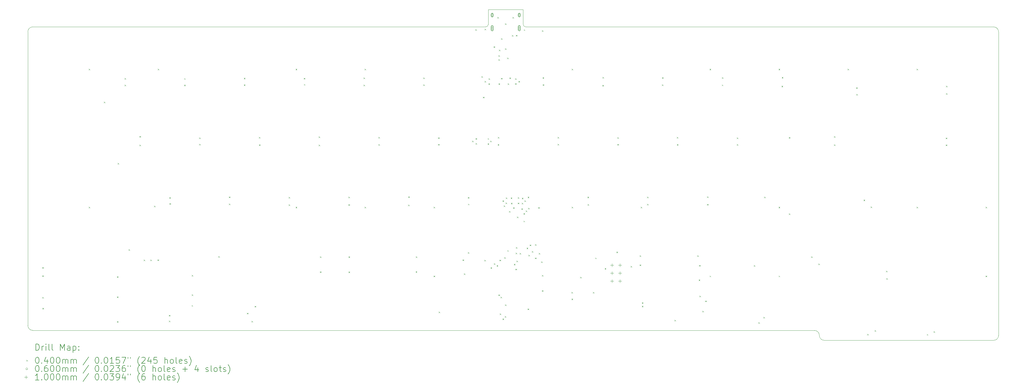
<source format=gbr>
%TF.GenerationSoftware,KiCad,Pcbnew,(6.0.10)*%
%TF.CreationDate,2023-05-22T00:42:56-07:00*%
%TF.ProjectId,LFK2,4c464b32-2e6b-4696-9361-645f70636258,rev?*%
%TF.SameCoordinates,Original*%
%TF.FileFunction,Drillmap*%
%TF.FilePolarity,Positive*%
%FSLAX45Y45*%
G04 Gerber Fmt 4.5, Leading zero omitted, Abs format (unit mm)*
G04 Created by KiCad (PCBNEW (6.0.10)) date 2023-05-22 00:42:56*
%MOMM*%
%LPD*%
G01*
G04 APERTURE LIST*
%ADD10C,0.100000*%
%ADD11C,0.200000*%
%ADD12C,0.040000*%
%ADD13C,0.060000*%
G04 APERTURE END LIST*
D10*
X21431250Y-4762500D02*
X36353750Y-4762500D01*
X5715000Y-4762500D02*
X20161250Y-4762500D01*
X21351870Y-4683125D02*
G75*
G03*
X21431250Y-4762500I79380J5D01*
G01*
X36353750Y-14763750D02*
G75*
G03*
X36512500Y-14605000I0J158750D01*
G01*
X21351875Y-4683125D02*
X21351875Y-4206875D01*
X36512500Y-4921250D02*
X36512500Y-14605000D01*
X36512500Y-4921250D02*
G75*
G03*
X36353750Y-4762500I-158750J0D01*
G01*
X5715000Y-4762500D02*
G75*
G03*
X5556250Y-4921250I0J-158750D01*
G01*
X5556250Y-14287500D02*
G75*
G03*
X5715000Y-14446250I158750J0D01*
G01*
X20240625Y-4683125D02*
X20240625Y-4206875D01*
X36353750Y-14763750D02*
X30956250Y-14763750D01*
X30797500Y-14605000D02*
G75*
G03*
X30638750Y-14446250I-158750J0D01*
G01*
X30638750Y-14446250D02*
X5715000Y-14446250D01*
X30797500Y-14605000D02*
G75*
G03*
X30956250Y-14763750I158750J0D01*
G01*
X5556250Y-14208125D02*
X5556250Y-4921250D01*
X5556250Y-14208125D02*
X5556250Y-14287500D01*
X20161250Y-4762495D02*
G75*
G03*
X20240625Y-4683125I0J79375D01*
G01*
X20240625Y-4206875D02*
X21351875Y-4206875D01*
D11*
D12*
X6015256Y-12428675D02*
X6055256Y-12468675D01*
X6055256Y-12428675D02*
X6015256Y-12468675D01*
X6018138Y-13380684D02*
X6058138Y-13420684D01*
X6058138Y-13380684D02*
X6018138Y-13420684D01*
X6018375Y-12692115D02*
X6058375Y-12732115D01*
X6058375Y-12692115D02*
X6018375Y-12732115D01*
X6021026Y-13730170D02*
X6061026Y-13770170D01*
X6061026Y-13730170D02*
X6021026Y-13770170D01*
X7498029Y-6100750D02*
X7538029Y-6140750D01*
X7538029Y-6100750D02*
X7498029Y-6140750D01*
X7498029Y-10500750D02*
X7538029Y-10540750D01*
X7538029Y-10500750D02*
X7498029Y-10540750D01*
X7979033Y-7150108D02*
X8019033Y-7190108D01*
X8019033Y-7150108D02*
X7979033Y-7190108D01*
X8399376Y-14151399D02*
X8439376Y-14191399D01*
X8439376Y-14151399D02*
X8399376Y-14191399D01*
X8399625Y-13364968D02*
X8439625Y-13404968D01*
X8439625Y-13364968D02*
X8399625Y-13404968D01*
X8400175Y-12719825D02*
X8440175Y-12759825D01*
X8440175Y-12719825D02*
X8400175Y-12759825D01*
X8418432Y-9103544D02*
X8458432Y-9143544D01*
X8458432Y-9103544D02*
X8418432Y-9143544D01*
X8642359Y-6397822D02*
X8682359Y-6437822D01*
X8682359Y-6397822D02*
X8642359Y-6437822D01*
X8642359Y-6605155D02*
X8682359Y-6645155D01*
X8682359Y-6605155D02*
X8642359Y-6645155D01*
X8770054Y-11857843D02*
X8810054Y-11897843D01*
X8810054Y-11857843D02*
X8770054Y-11897843D01*
X9116684Y-8523300D02*
X9156684Y-8563300D01*
X9156684Y-8523300D02*
X9116684Y-8563300D01*
X9117136Y-8247121D02*
X9157136Y-8287121D01*
X9157136Y-8247121D02*
X9117136Y-8287121D01*
X9249535Y-12186426D02*
X9289535Y-12226426D01*
X9289535Y-12186426D02*
X9249535Y-12226426D01*
X9460561Y-12185371D02*
X9500561Y-12225371D01*
X9500561Y-12185371D02*
X9460561Y-12225371D01*
X9583767Y-10466788D02*
X9623767Y-10506788D01*
X9623767Y-10466788D02*
X9583767Y-10506788D01*
X9691407Y-12182527D02*
X9731407Y-12222527D01*
X9731407Y-12182527D02*
X9691407Y-12222527D01*
X9698030Y-6100750D02*
X9738030Y-6140750D01*
X9738030Y-6100750D02*
X9698030Y-6140750D01*
X10054929Y-13952682D02*
X10094929Y-13992682D01*
X10094929Y-13952682D02*
X10054929Y-13992682D01*
X10055105Y-14136134D02*
X10095105Y-14176134D01*
X10095105Y-14136134D02*
X10055105Y-14176134D01*
X10068757Y-10200170D02*
X10108757Y-10240170D01*
X10108757Y-10200170D02*
X10068757Y-10240170D01*
X10070683Y-10388873D02*
X10110683Y-10428873D01*
X10110683Y-10388873D02*
X10070683Y-10428873D01*
X10542428Y-6400234D02*
X10582428Y-6440234D01*
X10582428Y-6400234D02*
X10542428Y-6440234D01*
X10542428Y-6609188D02*
X10582428Y-6649188D01*
X10582428Y-6609188D02*
X10542428Y-6649188D01*
X10778922Y-13640522D02*
X10818922Y-13680522D01*
X10818922Y-13640522D02*
X10778922Y-13680522D01*
X10780875Y-12676404D02*
X10820875Y-12716404D01*
X10820875Y-12676404D02*
X10780875Y-12716404D01*
X10780875Y-13297490D02*
X10820875Y-13337490D01*
X10820875Y-13297490D02*
X10780875Y-13337490D01*
X11019000Y-8291117D02*
X11059000Y-8331117D01*
X11059000Y-8291117D02*
X11019000Y-8331117D01*
X11020925Y-8493299D02*
X11060925Y-8533299D01*
X11060925Y-8493299D02*
X11020925Y-8533299D01*
X11630760Y-12075610D02*
X11670760Y-12115610D01*
X11670760Y-12075610D02*
X11630760Y-12115610D01*
X11968210Y-10175643D02*
X12008210Y-10215643D01*
X12008210Y-10175643D02*
X11968210Y-10215643D01*
X11968292Y-10399586D02*
X12008292Y-10439586D01*
X12008292Y-10399586D02*
X11968292Y-10439586D01*
X12446789Y-6388681D02*
X12486789Y-6428681D01*
X12486789Y-6388681D02*
X12446789Y-6428681D01*
X12446789Y-6599528D02*
X12486789Y-6639528D01*
X12486789Y-6599528D02*
X12446789Y-6639528D01*
X12545915Y-13884085D02*
X12585915Y-13924085D01*
X12585915Y-13884085D02*
X12545915Y-13924085D01*
X12691416Y-14140346D02*
X12731416Y-14180346D01*
X12731416Y-14140346D02*
X12691416Y-14180346D01*
X12787246Y-13664307D02*
X12827246Y-13704307D01*
X12827246Y-13664307D02*
X12787246Y-13704307D01*
X12927854Y-8276675D02*
X12967854Y-8316675D01*
X12967854Y-8276675D02*
X12927854Y-8316675D01*
X12929138Y-8512875D02*
X12969138Y-8552875D01*
X12969138Y-8512875D02*
X12929138Y-8552875D01*
X13873295Y-10191948D02*
X13913295Y-10231948D01*
X13913295Y-10191948D02*
X13873295Y-10231948D01*
X13876500Y-10426287D02*
X13916500Y-10466287D01*
X13916500Y-10426287D02*
X13876500Y-10466287D01*
X14098029Y-6100750D02*
X14138029Y-6140750D01*
X14138029Y-6100750D02*
X14098029Y-6140750D01*
X14098029Y-10500750D02*
X14138029Y-10540750D01*
X14138029Y-10500750D02*
X14098029Y-10540750D01*
X14357878Y-6393090D02*
X14397878Y-6433090D01*
X14397878Y-6393090D02*
X14357878Y-6433090D01*
X14360471Y-6586288D02*
X14400471Y-6626288D01*
X14400471Y-6586288D02*
X14360471Y-6626288D01*
X14830823Y-8519889D02*
X14870823Y-8559889D01*
X14870823Y-8519889D02*
X14830823Y-8559889D01*
X14832049Y-8261290D02*
X14872049Y-8301290D01*
X14872049Y-8261290D02*
X14832049Y-8301290D01*
X14873203Y-12564091D02*
X14913203Y-12604091D01*
X14913203Y-12564091D02*
X14873203Y-12604091D01*
X14874630Y-12088792D02*
X14914630Y-12128792D01*
X14914630Y-12088792D02*
X14874630Y-12128792D01*
X15778985Y-10179900D02*
X15818985Y-10219900D01*
X15818985Y-10179900D02*
X15778985Y-10219900D01*
X15781902Y-10422046D02*
X15821902Y-10462046D01*
X15821902Y-10422046D02*
X15781902Y-10462046D01*
X15782020Y-12085370D02*
X15822020Y-12125370D01*
X15822020Y-12085370D02*
X15782020Y-12125370D01*
X15783438Y-12570574D02*
X15823438Y-12610574D01*
X15823438Y-12570574D02*
X15783438Y-12610574D01*
X16260602Y-6379475D02*
X16300602Y-6419475D01*
X16300602Y-6379475D02*
X16260602Y-6419475D01*
X16262546Y-6608979D02*
X16302546Y-6648979D01*
X16302546Y-6608979D02*
X16262546Y-6648979D01*
X16298029Y-6100750D02*
X16338029Y-6140750D01*
X16338029Y-6100750D02*
X16298029Y-6140750D01*
X16298029Y-10500750D02*
X16338029Y-10540750D01*
X16338029Y-10500750D02*
X16298029Y-10540750D01*
X16735106Y-8278417D02*
X16775106Y-8318417D01*
X16775106Y-8278417D02*
X16735106Y-8318417D01*
X16735106Y-8502734D02*
X16775106Y-8542734D01*
X16775106Y-8502734D02*
X16735106Y-8542734D01*
X17686500Y-10432631D02*
X17726500Y-10472631D01*
X17726500Y-10432631D02*
X17686500Y-10472631D01*
X17688675Y-10172740D02*
X17728675Y-10212740D01*
X17728675Y-10172740D02*
X17688675Y-10212740D01*
X17924625Y-12560642D02*
X17964625Y-12600642D01*
X17964625Y-12560642D02*
X17924625Y-12600642D01*
X17929655Y-12088410D02*
X17969655Y-12128410D01*
X17969655Y-12088410D02*
X17929655Y-12128410D01*
X18164724Y-6382220D02*
X18204724Y-6422220D01*
X18204724Y-6382220D02*
X18164724Y-6422220D01*
X18164724Y-6597461D02*
X18204724Y-6637461D01*
X18204724Y-6597461D02*
X18164724Y-6637461D01*
X18498030Y-10500750D02*
X18538030Y-10540750D01*
X18538030Y-10500750D02*
X18498030Y-10540750D01*
X18498030Y-12700750D02*
X18538030Y-12740750D01*
X18538030Y-12700750D02*
X18498030Y-12740750D01*
X18637994Y-8287943D02*
X18677994Y-8327943D01*
X18677994Y-8287943D02*
X18637994Y-8327943D01*
X18637994Y-8500590D02*
X18677994Y-8540590D01*
X18677994Y-8500590D02*
X18637994Y-8540590D01*
X18658107Y-13847294D02*
X18698107Y-13887294D01*
X18698107Y-13847294D02*
X18658107Y-13887294D01*
X19418362Y-12183492D02*
X19458362Y-12223492D01*
X19458362Y-12183492D02*
X19418362Y-12223492D01*
X19462091Y-12630865D02*
X19502091Y-12670865D01*
X19502091Y-12630865D02*
X19462091Y-12670865D01*
X19591538Y-11953232D02*
X19631538Y-11993232D01*
X19631538Y-11953232D02*
X19591538Y-11993232D01*
X19591665Y-10192584D02*
X19631665Y-10232584D01*
X19631665Y-10192584D02*
X19591665Y-10232584D01*
X19592962Y-10405232D02*
X19632962Y-10445232D01*
X19632962Y-10405232D02*
X19592962Y-10445232D01*
X19723219Y-8393750D02*
X19763219Y-8433750D01*
X19763219Y-8393750D02*
X19723219Y-8433750D01*
X19822839Y-4841069D02*
X19862839Y-4881069D01*
X19862839Y-4841069D02*
X19822839Y-4881069D01*
X19836996Y-8314375D02*
X19876996Y-8354375D01*
X19876996Y-8314375D02*
X19836996Y-8354375D01*
X19836996Y-8473125D02*
X19876996Y-8513125D01*
X19876996Y-8473125D02*
X19836996Y-8513125D01*
X20019892Y-6336989D02*
X20059892Y-6376989D01*
X20059892Y-6336989D02*
X20019892Y-6376989D01*
X20068515Y-6992436D02*
X20108515Y-7032436D01*
X20108515Y-6992436D02*
X20068515Y-7032436D01*
X20111419Y-12195437D02*
X20151419Y-12235437D01*
X20151419Y-12195437D02*
X20111419Y-12235437D01*
X20121614Y-6488750D02*
X20161614Y-6528750D01*
X20161614Y-6488750D02*
X20121614Y-6528750D01*
X20122325Y-4824069D02*
X20162325Y-4864069D01*
X20162325Y-4824069D02*
X20122325Y-4864069D01*
X20220625Y-8314375D02*
X20260625Y-8354375D01*
X20260625Y-8314375D02*
X20220625Y-8354375D01*
X20220625Y-8476396D02*
X20260625Y-8516396D01*
X20260625Y-8476396D02*
X20220625Y-8516396D01*
X20244462Y-6564780D02*
X20284462Y-6604780D01*
X20284462Y-6564780D02*
X20244462Y-6604780D01*
X20246917Y-6405186D02*
X20286917Y-6445186D01*
X20286917Y-6405186D02*
X20246917Y-6445186D01*
X20300000Y-8393750D02*
X20340000Y-8433750D01*
X20340000Y-8393750D02*
X20300000Y-8433750D01*
X20313421Y-12431391D02*
X20353421Y-12471391D01*
X20353421Y-12431391D02*
X20313421Y-12471391D01*
X20410933Y-5383925D02*
X20450933Y-5423925D01*
X20450933Y-5383925D02*
X20410933Y-5423925D01*
X20420213Y-12303331D02*
X20460213Y-12343331D01*
X20460213Y-12303331D02*
X20420213Y-12343331D01*
X20508136Y-12366042D02*
X20548136Y-12406042D01*
X20548136Y-12366042D02*
X20508136Y-12406042D01*
X20528600Y-4450400D02*
X20568600Y-4490400D01*
X20568600Y-4450400D02*
X20528600Y-4490400D01*
X20541703Y-8501818D02*
X20581703Y-8541818D01*
X20581703Y-8501818D02*
X20541703Y-8541818D01*
X20545593Y-8276204D02*
X20585593Y-8316204D01*
X20585593Y-8276204D02*
X20545593Y-8316204D01*
X20561100Y-13301103D02*
X20601100Y-13341103D01*
X20601100Y-13301103D02*
X20561100Y-13341103D01*
X20562986Y-5794224D02*
X20602986Y-5834224D01*
X20602986Y-5794224D02*
X20562986Y-5834224D01*
X20563262Y-5666554D02*
X20603262Y-5706554D01*
X20603262Y-5666554D02*
X20563262Y-5706554D01*
X20567332Y-6564780D02*
X20607332Y-6604780D01*
X20607332Y-6564780D02*
X20567332Y-6604780D01*
X20579686Y-5492806D02*
X20619686Y-5532806D01*
X20619686Y-5492806D02*
X20579686Y-5532806D01*
X20597072Y-12191444D02*
X20637072Y-12231444D01*
X20637072Y-12191444D02*
X20597072Y-12231444D01*
X20602902Y-13903489D02*
X20642902Y-13943489D01*
X20642902Y-13903489D02*
X20602902Y-13943489D01*
X20632732Y-13370809D02*
X20672732Y-13410809D01*
X20672732Y-13370809D02*
X20632732Y-13410809D01*
X20644673Y-6391682D02*
X20684673Y-6431682D01*
X20684673Y-6391682D02*
X20644673Y-6431682D01*
X20647927Y-5125163D02*
X20687927Y-5165163D01*
X20687927Y-5125163D02*
X20647927Y-5165163D01*
X20693017Y-14065568D02*
X20733017Y-14105568D01*
X20733017Y-14065568D02*
X20693017Y-14105568D01*
X20693099Y-10298750D02*
X20733099Y-10338750D01*
X20733099Y-10298750D02*
X20693099Y-10338750D01*
X20731099Y-10463092D02*
X20771099Y-10503092D01*
X20771099Y-10463092D02*
X20731099Y-10503092D01*
X20747964Y-12109611D02*
X20787964Y-12149611D01*
X20787964Y-12109611D02*
X20747964Y-12149611D01*
X20766277Y-13991660D02*
X20806277Y-14031660D01*
X20806277Y-13991660D02*
X20766277Y-14031660D01*
X20775910Y-5448720D02*
X20815910Y-5488720D01*
X20815910Y-5448720D02*
X20775910Y-5488720D01*
X20776250Y-4653600D02*
X20816250Y-4693600D01*
X20816250Y-4653600D02*
X20776250Y-4693600D01*
X20776802Y-13616038D02*
X20816802Y-13656038D01*
X20816802Y-13616038D02*
X20776802Y-13656038D01*
X20794142Y-10364972D02*
X20834142Y-10404972D01*
X20834142Y-10364972D02*
X20794142Y-10404972D01*
X20796598Y-10205379D02*
X20836598Y-10245379D01*
X20836598Y-10205379D02*
X20796598Y-10245379D01*
X20843694Y-5743345D02*
X20883694Y-5783345D01*
X20883694Y-5743345D02*
X20843694Y-5783345D01*
X20846325Y-11886250D02*
X20886325Y-11926250D01*
X20886325Y-11886250D02*
X20846325Y-11926250D01*
X20857055Y-6563552D02*
X20897055Y-6603552D01*
X20897055Y-6563552D02*
X20857055Y-6603552D01*
X20903983Y-10635976D02*
X20943983Y-10675976D01*
X20943983Y-10635976D02*
X20903983Y-10675976D01*
X20912912Y-6380156D02*
X20952912Y-6420156D01*
X20952912Y-6380156D02*
X20912912Y-6420156D01*
X20956240Y-10207349D02*
X20996240Y-10247349D01*
X20996240Y-10207349D02*
X20956240Y-10247349D01*
X20965069Y-10374345D02*
X21005069Y-10414345D01*
X21005069Y-10374345D02*
X20965069Y-10414345D01*
X20993752Y-5023878D02*
X21033752Y-5063878D01*
X21033752Y-5023878D02*
X20993752Y-5063878D01*
X21011200Y-4450400D02*
X21051200Y-4490400D01*
X21051200Y-4450400D02*
X21011200Y-4490400D01*
X21032782Y-10517550D02*
X21072782Y-10557550D01*
X21072782Y-10517550D02*
X21032782Y-10557550D01*
X21056800Y-12323582D02*
X21096800Y-12363582D01*
X21096800Y-12323582D02*
X21056800Y-12363582D01*
X21093989Y-6562324D02*
X21133989Y-6602324D01*
X21133989Y-6562324D02*
X21093989Y-6602324D01*
X21096445Y-6402731D02*
X21136445Y-6442731D01*
X21136445Y-6402731D02*
X21096445Y-6442731D01*
X21101917Y-12480564D02*
X21141917Y-12520564D01*
X21141917Y-12480564D02*
X21101917Y-12520564D01*
X21110582Y-11969796D02*
X21150582Y-12009796D01*
X21150582Y-11969796D02*
X21110582Y-12009796D01*
X21118766Y-11788651D02*
X21158766Y-11828651D01*
X21158766Y-11788651D02*
X21118766Y-11828651D01*
X21124224Y-5020148D02*
X21164224Y-5060148D01*
X21164224Y-5020148D02*
X21124224Y-5060148D01*
X21139582Y-12224458D02*
X21179582Y-12264458D01*
X21179582Y-12224458D02*
X21139582Y-12264458D01*
X21154665Y-10818369D02*
X21194665Y-10858369D01*
X21194665Y-10818369D02*
X21154665Y-10858369D01*
X21180021Y-10200884D02*
X21220021Y-10240884D01*
X21220021Y-10200884D02*
X21180021Y-10240884D01*
X21183479Y-10372040D02*
X21223479Y-10412040D01*
X21223479Y-10372040D02*
X21183479Y-10412040D01*
X21200710Y-6488750D02*
X21240710Y-6528750D01*
X21240710Y-6488750D02*
X21200710Y-6528750D01*
X21242621Y-11975798D02*
X21282621Y-12015798D01*
X21282621Y-11975798D02*
X21242621Y-12015798D01*
X21295854Y-10552415D02*
X21335854Y-10592415D01*
X21335854Y-10552415D02*
X21295854Y-10592415D01*
X21309457Y-10374120D02*
X21349457Y-10414120D01*
X21349457Y-10374120D02*
X21309457Y-10414120D01*
X21311912Y-10214526D02*
X21351912Y-10254526D01*
X21351912Y-10214526D02*
X21311912Y-10254526D01*
X21362126Y-10706282D02*
X21402126Y-10746282D01*
X21402126Y-10706282D02*
X21362126Y-10746282D01*
X21362126Y-10947744D02*
X21402126Y-10987744D01*
X21402126Y-10947744D02*
X21362126Y-10987744D01*
X21370981Y-4841854D02*
X21410981Y-4881854D01*
X21410981Y-4841854D02*
X21370981Y-4881854D01*
X21393903Y-10298750D02*
X21433903Y-10338750D01*
X21433903Y-10298750D02*
X21393903Y-10338750D01*
X21432714Y-10621076D02*
X21472714Y-10661076D01*
X21472714Y-10621076D02*
X21432714Y-10661076D01*
X21464074Y-11804610D02*
X21504074Y-11844610D01*
X21504074Y-11804610D02*
X21464074Y-11844610D01*
X21494869Y-13750255D02*
X21534869Y-13790255D01*
X21534869Y-13750255D02*
X21494869Y-13790255D01*
X21498617Y-10178361D02*
X21538617Y-10218361D01*
X21538617Y-10178361D02*
X21498617Y-10218361D01*
X21509882Y-10536128D02*
X21549882Y-10576128D01*
X21549882Y-10536128D02*
X21509882Y-10576128D01*
X21517004Y-12033825D02*
X21557004Y-12073825D01*
X21557004Y-12033825D02*
X21517004Y-12073825D01*
X21563142Y-11709838D02*
X21603142Y-11749838D01*
X21603142Y-11709838D02*
X21563142Y-11749838D01*
X21626639Y-11916847D02*
X21666639Y-11956847D01*
X21666639Y-11916847D02*
X21626639Y-11956847D01*
X21729719Y-12123359D02*
X21769719Y-12163359D01*
X21769719Y-12123359D02*
X21729719Y-12163359D01*
X21730876Y-11694608D02*
X21770876Y-11734608D01*
X21770876Y-11694608D02*
X21730876Y-11734608D01*
X21831447Y-10515382D02*
X21871447Y-10555382D01*
X21871447Y-10515382D02*
X21831447Y-10555382D01*
X21850311Y-11978459D02*
X21890311Y-12018459D01*
X21890311Y-11978459D02*
X21850311Y-12018459D01*
X21924837Y-12243826D02*
X21964837Y-12283826D01*
X21964837Y-12243826D02*
X21924837Y-12283826D01*
X21948133Y-13166437D02*
X21988133Y-13206437D01*
X21988133Y-13166437D02*
X21948133Y-13206437D01*
X21949746Y-4871612D02*
X21989746Y-4911612D01*
X21989746Y-4871612D02*
X21949746Y-4911612D01*
X21951000Y-12680000D02*
X21991000Y-12720000D01*
X21991000Y-12680000D02*
X21951000Y-12720000D01*
X21972423Y-6373053D02*
X22012423Y-6413053D01*
X22012423Y-6373053D02*
X21972423Y-6413053D01*
X21973720Y-6594777D02*
X22013720Y-6634777D01*
X22013720Y-6594777D02*
X21973720Y-6634777D01*
X22452338Y-8273427D02*
X22492338Y-8313427D01*
X22492338Y-8273427D02*
X22452338Y-8313427D01*
X22452338Y-8498069D02*
X22492338Y-8538069D01*
X22492338Y-8498069D02*
X22452338Y-8538069D01*
X22891297Y-13221067D02*
X22931297Y-13261067D01*
X22931297Y-13221067D02*
X22891297Y-13261067D01*
X22894165Y-13431893D02*
X22934165Y-13471893D01*
X22934165Y-13431893D02*
X22894165Y-13471893D01*
X22898029Y-6100750D02*
X22938029Y-6140750D01*
X22938029Y-6100750D02*
X22898029Y-6140750D01*
X22898029Y-10500750D02*
X22938029Y-10540750D01*
X22938029Y-10500750D02*
X22898029Y-10540750D01*
X23168668Y-12736036D02*
X23208668Y-12776036D01*
X23208668Y-12736036D02*
X23168668Y-12776036D01*
X23403417Y-10181419D02*
X23443417Y-10221419D01*
X23443417Y-10181419D02*
X23403417Y-10221419D01*
X23406334Y-10420648D02*
X23446334Y-10460648D01*
X23446334Y-10420648D02*
X23406334Y-10460648D01*
X23574296Y-13220243D02*
X23614296Y-13260243D01*
X23614296Y-13220243D02*
X23574296Y-13260243D01*
X23648059Y-12124242D02*
X23688059Y-12164242D01*
X23688059Y-12124242D02*
X23648059Y-12164242D01*
X23877750Y-6616528D02*
X23917750Y-6656528D01*
X23917750Y-6616528D02*
X23877750Y-6656528D01*
X23879767Y-6363977D02*
X23919767Y-6403977D01*
X23919767Y-6363977D02*
X23879767Y-6403977D01*
X23952549Y-12459164D02*
X23992549Y-12499164D01*
X23992549Y-12459164D02*
X23952549Y-12499164D01*
X24326697Y-11931657D02*
X24366697Y-11971657D01*
X24366697Y-11931657D02*
X24326697Y-11971657D01*
X24357413Y-8281693D02*
X24397413Y-8321693D01*
X24397413Y-8281693D02*
X24357413Y-8321693D01*
X24357413Y-8499527D02*
X24397413Y-8539527D01*
X24397413Y-8499527D02*
X24357413Y-8539527D01*
X24781815Y-12389692D02*
X24821815Y-12429692D01*
X24821815Y-12389692D02*
X24781815Y-12429692D01*
X25063872Y-12343094D02*
X25103872Y-12383094D01*
X25103872Y-12343094D02*
X25063872Y-12383094D01*
X25067762Y-12053297D02*
X25107762Y-12093297D01*
X25107762Y-12053297D02*
X25067762Y-12093297D01*
X25098029Y-10500750D02*
X25138029Y-10540750D01*
X25138029Y-10500750D02*
X25098029Y-10540750D01*
X25137591Y-13662954D02*
X25177591Y-13702954D01*
X25177591Y-13662954D02*
X25137591Y-13702954D01*
X25139070Y-13550999D02*
X25179070Y-13590999D01*
X25179070Y-13550999D02*
X25139070Y-13590999D01*
X25306546Y-10181905D02*
X25346546Y-10221905D01*
X25346546Y-10181905D02*
X25306546Y-10221905D01*
X25306546Y-10407519D02*
X25346546Y-10447519D01*
X25346546Y-10407519D02*
X25306546Y-10447519D01*
X25780627Y-6602557D02*
X25820627Y-6642557D01*
X25820627Y-6602557D02*
X25780627Y-6642557D01*
X25781924Y-6369163D02*
X25821924Y-6409163D01*
X25821924Y-6369163D02*
X25781924Y-6409163D01*
X26173750Y-14108750D02*
X26213750Y-14148750D01*
X26213750Y-14108750D02*
X26173750Y-14148750D01*
X26253734Y-8273427D02*
X26293734Y-8313427D01*
X26293734Y-8273427D02*
X26253734Y-8313427D01*
X26255679Y-8504875D02*
X26295679Y-8544875D01*
X26295679Y-8504875D02*
X26255679Y-8544875D01*
X26907026Y-12054363D02*
X26947026Y-12094363D01*
X26947026Y-12054363D02*
X26907026Y-12094363D01*
X26951645Y-12821763D02*
X26991645Y-12861763D01*
X26991645Y-12821763D02*
X26951645Y-12861763D01*
X26966232Y-12360811D02*
X27006232Y-12400811D01*
X27006232Y-12360811D02*
X26966232Y-12400811D01*
X26972067Y-13341064D02*
X27012067Y-13381064D01*
X27012067Y-13341064D02*
X26972067Y-13381064D01*
X27063735Y-13819852D02*
X27103735Y-13859852D01*
X27103735Y-13819852D02*
X27063735Y-13859852D01*
X27156095Y-13496834D02*
X27196095Y-13536834D01*
X27196095Y-13496834D02*
X27156095Y-13536834D01*
X27216483Y-10171694D02*
X27256483Y-10211694D01*
X27256483Y-10171694D02*
X27216483Y-10211694D01*
X27216483Y-10414812D02*
X27256483Y-10454812D01*
X27256483Y-10414812D02*
X27216483Y-10454812D01*
X27298029Y-6100750D02*
X27338029Y-6140750D01*
X27338029Y-6100750D02*
X27298029Y-6140750D01*
X27298029Y-12700750D02*
X27338029Y-12740750D01*
X27338029Y-12700750D02*
X27298029Y-12740750D01*
X27687750Y-6603588D02*
X27727750Y-6643588D01*
X27727750Y-6603588D02*
X27687750Y-6643588D01*
X27692509Y-6369325D02*
X27732509Y-6409325D01*
X27732509Y-6369325D02*
X27692509Y-6409325D01*
X28164968Y-8295145D02*
X28204968Y-8335145D01*
X28204968Y-8295145D02*
X28164968Y-8335145D01*
X28164968Y-8505199D02*
X28204968Y-8545199D01*
X28204968Y-8505199D02*
X28164968Y-8545199D01*
X28707202Y-12368105D02*
X28747202Y-12408105D01*
X28747202Y-12368105D02*
X28707202Y-12408105D01*
X28849668Y-14188636D02*
X28889668Y-14228636D01*
X28889668Y-14188636D02*
X28849668Y-14228636D01*
X29014988Y-14015536D02*
X29054988Y-14055536D01*
X29054988Y-14015536D02*
X29014988Y-14055536D01*
X29038329Y-10181499D02*
X29078329Y-10221499D01*
X29078329Y-10181499D02*
X29038329Y-10221499D01*
X29498029Y-6100750D02*
X29538029Y-6140750D01*
X29538029Y-6100750D02*
X29498029Y-6140750D01*
X29498029Y-10500750D02*
X29538029Y-10540750D01*
X29538029Y-10500750D02*
X29498029Y-10540750D01*
X29498029Y-12700750D02*
X29538029Y-12740750D01*
X29538029Y-12700750D02*
X29498029Y-12740750D01*
X29592750Y-6639841D02*
X29632750Y-6679841D01*
X29632750Y-6639841D02*
X29592750Y-6679841D01*
X29600501Y-6361545D02*
X29640501Y-6401545D01*
X29640501Y-6361545D02*
X29600501Y-6401545D01*
X29827241Y-10712000D02*
X29867241Y-10752000D01*
X29867241Y-10712000D02*
X29827241Y-10752000D01*
X29827673Y-8279413D02*
X29867673Y-8319413D01*
X29867673Y-8279413D02*
X29827673Y-8319413D01*
X30537524Y-12085078D02*
X30577524Y-12125078D01*
X30577524Y-12085078D02*
X30537524Y-12125078D01*
X30762165Y-12312636D02*
X30802165Y-12352636D01*
X30802165Y-12312636D02*
X30762165Y-12352636D01*
X31263961Y-8250131D02*
X31303961Y-8290131D01*
X31303961Y-8250131D02*
X31263961Y-8290131D01*
X31266879Y-8512698D02*
X31306879Y-8552698D01*
X31306879Y-8512698D02*
X31266879Y-8552698D01*
X31698029Y-6100750D02*
X31738029Y-6140750D01*
X31738029Y-6100750D02*
X31698029Y-6140750D01*
X31971390Y-6690241D02*
X32011390Y-6730241D01*
X32011390Y-6690241D02*
X31971390Y-6730241D01*
X31973335Y-6906130D02*
X32013335Y-6946130D01*
X32013335Y-6906130D02*
X31973335Y-6946130D01*
X32209205Y-10276278D02*
X32249205Y-10316278D01*
X32249205Y-10276278D02*
X32209205Y-10316278D01*
X32323205Y-14558608D02*
X32363205Y-14598608D01*
X32363205Y-14558608D02*
X32323205Y-14598608D01*
X32430929Y-10495084D02*
X32470929Y-10535084D01*
X32470929Y-10495084D02*
X32430929Y-10535084D01*
X32559003Y-14438670D02*
X32599003Y-14478670D01*
X32599003Y-14438670D02*
X32559003Y-14478670D01*
X32926890Y-12540195D02*
X32966890Y-12580195D01*
X32966890Y-12540195D02*
X32926890Y-12580195D01*
X32932725Y-12782341D02*
X32972725Y-12822341D01*
X32972725Y-12782341D02*
X32932725Y-12822341D01*
X33898030Y-6100750D02*
X33938030Y-6140750D01*
X33938030Y-6100750D02*
X33898030Y-6140750D01*
X33898030Y-10500750D02*
X33938030Y-10540750D01*
X33938030Y-10500750D02*
X33898030Y-10540750D01*
X34222931Y-14562984D02*
X34262931Y-14602984D01*
X34262931Y-14562984D02*
X34222931Y-14602984D01*
X34438172Y-14470923D02*
X34478172Y-14510923D01*
X34478172Y-14470923D02*
X34438172Y-14510923D01*
X34828492Y-8297717D02*
X34868492Y-8337717D01*
X34868492Y-8297717D02*
X34828492Y-8337717D01*
X34828492Y-8517228D02*
X34868492Y-8557228D01*
X34868492Y-8517228D02*
X34828492Y-8557228D01*
X34838226Y-6640894D02*
X34878226Y-6680894D01*
X34878226Y-6640894D02*
X34838226Y-6680894D01*
X34838226Y-6877736D02*
X34878226Y-6917736D01*
X34878226Y-6877736D02*
X34838226Y-6917736D01*
X36098030Y-10500750D02*
X36138030Y-10540750D01*
X36138030Y-10500750D02*
X36098030Y-10540750D01*
X36098030Y-12700750D02*
X36138030Y-12740750D01*
X36138030Y-12700750D02*
X36098030Y-12740750D01*
D13*
X20394250Y-4387500D02*
G75*
G03*
X20394250Y-4387500I-30000J0D01*
G01*
D11*
X20334250Y-4357500D02*
X20334250Y-4417500D01*
X20394250Y-4357500D02*
X20394250Y-4417500D01*
X20334250Y-4417500D02*
G75*
G03*
X20394250Y-4417500I30000J0D01*
G01*
X20394250Y-4357500D02*
G75*
G03*
X20334250Y-4357500I-30000J0D01*
G01*
D13*
X20394250Y-4805500D02*
G75*
G03*
X20394250Y-4805500I-30000J0D01*
G01*
D11*
X20334250Y-4750500D02*
X20334250Y-4860500D01*
X20394250Y-4750500D02*
X20394250Y-4860500D01*
X20334250Y-4860500D02*
G75*
G03*
X20394250Y-4860500I30000J0D01*
G01*
X20394250Y-4750500D02*
G75*
G03*
X20334250Y-4750500I-30000J0D01*
G01*
D13*
X21258250Y-4387500D02*
G75*
G03*
X21258250Y-4387500I-30000J0D01*
G01*
D11*
X21198250Y-4357500D02*
X21198250Y-4417500D01*
X21258250Y-4357500D02*
X21258250Y-4417500D01*
X21198250Y-4417500D02*
G75*
G03*
X21258250Y-4417500I30000J0D01*
G01*
X21258250Y-4357500D02*
G75*
G03*
X21198250Y-4357500I-30000J0D01*
G01*
D13*
X21258250Y-4805500D02*
G75*
G03*
X21258250Y-4805500I-30000J0D01*
G01*
D11*
X21198250Y-4750500D02*
X21198250Y-4860500D01*
X21258250Y-4750500D02*
X21258250Y-4860500D01*
X21198250Y-4860500D02*
G75*
G03*
X21258250Y-4860500I30000J0D01*
G01*
X21258250Y-4750500D02*
G75*
G03*
X21198250Y-4750500I-30000J0D01*
G01*
D10*
X24187473Y-12316625D02*
X24187473Y-12416625D01*
X24137473Y-12366625D02*
X24237473Y-12366625D01*
X24187473Y-12570625D02*
X24187473Y-12670625D01*
X24137473Y-12620625D02*
X24237473Y-12620625D01*
X24187473Y-12824625D02*
X24187473Y-12924625D01*
X24137473Y-12874625D02*
X24237473Y-12874625D01*
X24441473Y-12316625D02*
X24441473Y-12416625D01*
X24391473Y-12366625D02*
X24491473Y-12366625D01*
X24441473Y-12570625D02*
X24441473Y-12670625D01*
X24391473Y-12620625D02*
X24491473Y-12620625D01*
X24441473Y-12824625D02*
X24441473Y-12924625D01*
X24391473Y-12874625D02*
X24491473Y-12874625D01*
D11*
X5808869Y-15079226D02*
X5808869Y-14879226D01*
X5856488Y-14879226D01*
X5885059Y-14888750D01*
X5904107Y-14907798D01*
X5913631Y-14926845D01*
X5923155Y-14964940D01*
X5923155Y-14993512D01*
X5913631Y-15031607D01*
X5904107Y-15050655D01*
X5885059Y-15069702D01*
X5856488Y-15079226D01*
X5808869Y-15079226D01*
X6008869Y-15079226D02*
X6008869Y-14945893D01*
X6008869Y-14983988D02*
X6018393Y-14964940D01*
X6027917Y-14955417D01*
X6046964Y-14945893D01*
X6066012Y-14945893D01*
X6132678Y-15079226D02*
X6132678Y-14945893D01*
X6132678Y-14879226D02*
X6123155Y-14888750D01*
X6132678Y-14898274D01*
X6142202Y-14888750D01*
X6132678Y-14879226D01*
X6132678Y-14898274D01*
X6256488Y-15079226D02*
X6237440Y-15069702D01*
X6227917Y-15050655D01*
X6227917Y-14879226D01*
X6361250Y-15079226D02*
X6342202Y-15069702D01*
X6332678Y-15050655D01*
X6332678Y-14879226D01*
X6589821Y-15079226D02*
X6589821Y-14879226D01*
X6656488Y-15022083D01*
X6723155Y-14879226D01*
X6723155Y-15079226D01*
X6904107Y-15079226D02*
X6904107Y-14974464D01*
X6894583Y-14955417D01*
X6875536Y-14945893D01*
X6837440Y-14945893D01*
X6818393Y-14955417D01*
X6904107Y-15069702D02*
X6885059Y-15079226D01*
X6837440Y-15079226D01*
X6818393Y-15069702D01*
X6808869Y-15050655D01*
X6808869Y-15031607D01*
X6818393Y-15012559D01*
X6837440Y-15003036D01*
X6885059Y-15003036D01*
X6904107Y-14993512D01*
X6999345Y-14945893D02*
X6999345Y-15145893D01*
X6999345Y-14955417D02*
X7018393Y-14945893D01*
X7056488Y-14945893D01*
X7075536Y-14955417D01*
X7085059Y-14964940D01*
X7094583Y-14983988D01*
X7094583Y-15041131D01*
X7085059Y-15060178D01*
X7075536Y-15069702D01*
X7056488Y-15079226D01*
X7018393Y-15079226D01*
X6999345Y-15069702D01*
X7180298Y-15060178D02*
X7189821Y-15069702D01*
X7180298Y-15079226D01*
X7170774Y-15069702D01*
X7180298Y-15060178D01*
X7180298Y-15079226D01*
X7180298Y-14955417D02*
X7189821Y-14964940D01*
X7180298Y-14974464D01*
X7170774Y-14964940D01*
X7180298Y-14955417D01*
X7180298Y-14974464D01*
D12*
X5511250Y-15388750D02*
X5551250Y-15428750D01*
X5551250Y-15388750D02*
X5511250Y-15428750D01*
D11*
X5846964Y-15299226D02*
X5866012Y-15299226D01*
X5885059Y-15308750D01*
X5894583Y-15318274D01*
X5904107Y-15337321D01*
X5913631Y-15375417D01*
X5913631Y-15423036D01*
X5904107Y-15461131D01*
X5894583Y-15480178D01*
X5885059Y-15489702D01*
X5866012Y-15499226D01*
X5846964Y-15499226D01*
X5827917Y-15489702D01*
X5818393Y-15480178D01*
X5808869Y-15461131D01*
X5799345Y-15423036D01*
X5799345Y-15375417D01*
X5808869Y-15337321D01*
X5818393Y-15318274D01*
X5827917Y-15308750D01*
X5846964Y-15299226D01*
X5999345Y-15480178D02*
X6008869Y-15489702D01*
X5999345Y-15499226D01*
X5989821Y-15489702D01*
X5999345Y-15480178D01*
X5999345Y-15499226D01*
X6180298Y-15365893D02*
X6180298Y-15499226D01*
X6132678Y-15289702D02*
X6085059Y-15432559D01*
X6208869Y-15432559D01*
X6323155Y-15299226D02*
X6342202Y-15299226D01*
X6361250Y-15308750D01*
X6370774Y-15318274D01*
X6380298Y-15337321D01*
X6389821Y-15375417D01*
X6389821Y-15423036D01*
X6380298Y-15461131D01*
X6370774Y-15480178D01*
X6361250Y-15489702D01*
X6342202Y-15499226D01*
X6323155Y-15499226D01*
X6304107Y-15489702D01*
X6294583Y-15480178D01*
X6285059Y-15461131D01*
X6275536Y-15423036D01*
X6275536Y-15375417D01*
X6285059Y-15337321D01*
X6294583Y-15318274D01*
X6304107Y-15308750D01*
X6323155Y-15299226D01*
X6513631Y-15299226D02*
X6532678Y-15299226D01*
X6551726Y-15308750D01*
X6561250Y-15318274D01*
X6570774Y-15337321D01*
X6580298Y-15375417D01*
X6580298Y-15423036D01*
X6570774Y-15461131D01*
X6561250Y-15480178D01*
X6551726Y-15489702D01*
X6532678Y-15499226D01*
X6513631Y-15499226D01*
X6494583Y-15489702D01*
X6485059Y-15480178D01*
X6475536Y-15461131D01*
X6466012Y-15423036D01*
X6466012Y-15375417D01*
X6475536Y-15337321D01*
X6485059Y-15318274D01*
X6494583Y-15308750D01*
X6513631Y-15299226D01*
X6666012Y-15499226D02*
X6666012Y-15365893D01*
X6666012Y-15384940D02*
X6675536Y-15375417D01*
X6694583Y-15365893D01*
X6723155Y-15365893D01*
X6742202Y-15375417D01*
X6751726Y-15394464D01*
X6751726Y-15499226D01*
X6751726Y-15394464D02*
X6761250Y-15375417D01*
X6780298Y-15365893D01*
X6808869Y-15365893D01*
X6827917Y-15375417D01*
X6837440Y-15394464D01*
X6837440Y-15499226D01*
X6932678Y-15499226D02*
X6932678Y-15365893D01*
X6932678Y-15384940D02*
X6942202Y-15375417D01*
X6961250Y-15365893D01*
X6989821Y-15365893D01*
X7008869Y-15375417D01*
X7018393Y-15394464D01*
X7018393Y-15499226D01*
X7018393Y-15394464D02*
X7027917Y-15375417D01*
X7046964Y-15365893D01*
X7075536Y-15365893D01*
X7094583Y-15375417D01*
X7104107Y-15394464D01*
X7104107Y-15499226D01*
X7494583Y-15289702D02*
X7323155Y-15546845D01*
X7751726Y-15299226D02*
X7770774Y-15299226D01*
X7789821Y-15308750D01*
X7799345Y-15318274D01*
X7808869Y-15337321D01*
X7818393Y-15375417D01*
X7818393Y-15423036D01*
X7808869Y-15461131D01*
X7799345Y-15480178D01*
X7789821Y-15489702D01*
X7770774Y-15499226D01*
X7751726Y-15499226D01*
X7732678Y-15489702D01*
X7723155Y-15480178D01*
X7713631Y-15461131D01*
X7704107Y-15423036D01*
X7704107Y-15375417D01*
X7713631Y-15337321D01*
X7723155Y-15318274D01*
X7732678Y-15308750D01*
X7751726Y-15299226D01*
X7904107Y-15480178D02*
X7913631Y-15489702D01*
X7904107Y-15499226D01*
X7894583Y-15489702D01*
X7904107Y-15480178D01*
X7904107Y-15499226D01*
X8037440Y-15299226D02*
X8056488Y-15299226D01*
X8075536Y-15308750D01*
X8085059Y-15318274D01*
X8094583Y-15337321D01*
X8104107Y-15375417D01*
X8104107Y-15423036D01*
X8094583Y-15461131D01*
X8085059Y-15480178D01*
X8075536Y-15489702D01*
X8056488Y-15499226D01*
X8037440Y-15499226D01*
X8018393Y-15489702D01*
X8008869Y-15480178D01*
X7999345Y-15461131D01*
X7989821Y-15423036D01*
X7989821Y-15375417D01*
X7999345Y-15337321D01*
X8008869Y-15318274D01*
X8018393Y-15308750D01*
X8037440Y-15299226D01*
X8294583Y-15499226D02*
X8180298Y-15499226D01*
X8237440Y-15499226D02*
X8237440Y-15299226D01*
X8218393Y-15327798D01*
X8199345Y-15346845D01*
X8180298Y-15356369D01*
X8475536Y-15299226D02*
X8380298Y-15299226D01*
X8370774Y-15394464D01*
X8380298Y-15384940D01*
X8399345Y-15375417D01*
X8446964Y-15375417D01*
X8466012Y-15384940D01*
X8475536Y-15394464D01*
X8485060Y-15413512D01*
X8485060Y-15461131D01*
X8475536Y-15480178D01*
X8466012Y-15489702D01*
X8446964Y-15499226D01*
X8399345Y-15499226D01*
X8380298Y-15489702D01*
X8370774Y-15480178D01*
X8551726Y-15299226D02*
X8685060Y-15299226D01*
X8599345Y-15499226D01*
X8751726Y-15299226D02*
X8751726Y-15337321D01*
X8827917Y-15299226D02*
X8827917Y-15337321D01*
X9123155Y-15575417D02*
X9113631Y-15565893D01*
X9094583Y-15537321D01*
X9085060Y-15518274D01*
X9075536Y-15489702D01*
X9066012Y-15442083D01*
X9066012Y-15403988D01*
X9075536Y-15356369D01*
X9085060Y-15327798D01*
X9094583Y-15308750D01*
X9113631Y-15280178D01*
X9123155Y-15270655D01*
X9189821Y-15318274D02*
X9199345Y-15308750D01*
X9218393Y-15299226D01*
X9266012Y-15299226D01*
X9285060Y-15308750D01*
X9294583Y-15318274D01*
X9304107Y-15337321D01*
X9304107Y-15356369D01*
X9294583Y-15384940D01*
X9180298Y-15499226D01*
X9304107Y-15499226D01*
X9475536Y-15365893D02*
X9475536Y-15499226D01*
X9427917Y-15289702D02*
X9380298Y-15432559D01*
X9504107Y-15432559D01*
X9675536Y-15299226D02*
X9580298Y-15299226D01*
X9570774Y-15394464D01*
X9580298Y-15384940D01*
X9599345Y-15375417D01*
X9646964Y-15375417D01*
X9666012Y-15384940D01*
X9675536Y-15394464D01*
X9685060Y-15413512D01*
X9685060Y-15461131D01*
X9675536Y-15480178D01*
X9666012Y-15489702D01*
X9646964Y-15499226D01*
X9599345Y-15499226D01*
X9580298Y-15489702D01*
X9570774Y-15480178D01*
X9923155Y-15499226D02*
X9923155Y-15299226D01*
X10008869Y-15499226D02*
X10008869Y-15394464D01*
X9999345Y-15375417D01*
X9980298Y-15365893D01*
X9951726Y-15365893D01*
X9932679Y-15375417D01*
X9923155Y-15384940D01*
X10132679Y-15499226D02*
X10113631Y-15489702D01*
X10104107Y-15480178D01*
X10094583Y-15461131D01*
X10094583Y-15403988D01*
X10104107Y-15384940D01*
X10113631Y-15375417D01*
X10132679Y-15365893D01*
X10161250Y-15365893D01*
X10180298Y-15375417D01*
X10189821Y-15384940D01*
X10199345Y-15403988D01*
X10199345Y-15461131D01*
X10189821Y-15480178D01*
X10180298Y-15489702D01*
X10161250Y-15499226D01*
X10132679Y-15499226D01*
X10313631Y-15499226D02*
X10294583Y-15489702D01*
X10285060Y-15470655D01*
X10285060Y-15299226D01*
X10466012Y-15489702D02*
X10446964Y-15499226D01*
X10408869Y-15499226D01*
X10389821Y-15489702D01*
X10380298Y-15470655D01*
X10380298Y-15394464D01*
X10389821Y-15375417D01*
X10408869Y-15365893D01*
X10446964Y-15365893D01*
X10466012Y-15375417D01*
X10475536Y-15394464D01*
X10475536Y-15413512D01*
X10380298Y-15432559D01*
X10551726Y-15489702D02*
X10570774Y-15499226D01*
X10608869Y-15499226D01*
X10627917Y-15489702D01*
X10637440Y-15470655D01*
X10637440Y-15461131D01*
X10627917Y-15442083D01*
X10608869Y-15432559D01*
X10580298Y-15432559D01*
X10561250Y-15423036D01*
X10551726Y-15403988D01*
X10551726Y-15394464D01*
X10561250Y-15375417D01*
X10580298Y-15365893D01*
X10608869Y-15365893D01*
X10627917Y-15375417D01*
X10704107Y-15575417D02*
X10713631Y-15565893D01*
X10732679Y-15537321D01*
X10742202Y-15518274D01*
X10751726Y-15489702D01*
X10761250Y-15442083D01*
X10761250Y-15403988D01*
X10751726Y-15356369D01*
X10742202Y-15327798D01*
X10732679Y-15308750D01*
X10713631Y-15280178D01*
X10704107Y-15270655D01*
D13*
X5551250Y-15672750D02*
G75*
G03*
X5551250Y-15672750I-30000J0D01*
G01*
D11*
X5846964Y-15563226D02*
X5866012Y-15563226D01*
X5885059Y-15572750D01*
X5894583Y-15582274D01*
X5904107Y-15601321D01*
X5913631Y-15639417D01*
X5913631Y-15687036D01*
X5904107Y-15725131D01*
X5894583Y-15744178D01*
X5885059Y-15753702D01*
X5866012Y-15763226D01*
X5846964Y-15763226D01*
X5827917Y-15753702D01*
X5818393Y-15744178D01*
X5808869Y-15725131D01*
X5799345Y-15687036D01*
X5799345Y-15639417D01*
X5808869Y-15601321D01*
X5818393Y-15582274D01*
X5827917Y-15572750D01*
X5846964Y-15563226D01*
X5999345Y-15744178D02*
X6008869Y-15753702D01*
X5999345Y-15763226D01*
X5989821Y-15753702D01*
X5999345Y-15744178D01*
X5999345Y-15763226D01*
X6180298Y-15563226D02*
X6142202Y-15563226D01*
X6123155Y-15572750D01*
X6113631Y-15582274D01*
X6094583Y-15610845D01*
X6085059Y-15648940D01*
X6085059Y-15725131D01*
X6094583Y-15744178D01*
X6104107Y-15753702D01*
X6123155Y-15763226D01*
X6161250Y-15763226D01*
X6180298Y-15753702D01*
X6189821Y-15744178D01*
X6199345Y-15725131D01*
X6199345Y-15677512D01*
X6189821Y-15658464D01*
X6180298Y-15648940D01*
X6161250Y-15639417D01*
X6123155Y-15639417D01*
X6104107Y-15648940D01*
X6094583Y-15658464D01*
X6085059Y-15677512D01*
X6323155Y-15563226D02*
X6342202Y-15563226D01*
X6361250Y-15572750D01*
X6370774Y-15582274D01*
X6380298Y-15601321D01*
X6389821Y-15639417D01*
X6389821Y-15687036D01*
X6380298Y-15725131D01*
X6370774Y-15744178D01*
X6361250Y-15753702D01*
X6342202Y-15763226D01*
X6323155Y-15763226D01*
X6304107Y-15753702D01*
X6294583Y-15744178D01*
X6285059Y-15725131D01*
X6275536Y-15687036D01*
X6275536Y-15639417D01*
X6285059Y-15601321D01*
X6294583Y-15582274D01*
X6304107Y-15572750D01*
X6323155Y-15563226D01*
X6513631Y-15563226D02*
X6532678Y-15563226D01*
X6551726Y-15572750D01*
X6561250Y-15582274D01*
X6570774Y-15601321D01*
X6580298Y-15639417D01*
X6580298Y-15687036D01*
X6570774Y-15725131D01*
X6561250Y-15744178D01*
X6551726Y-15753702D01*
X6532678Y-15763226D01*
X6513631Y-15763226D01*
X6494583Y-15753702D01*
X6485059Y-15744178D01*
X6475536Y-15725131D01*
X6466012Y-15687036D01*
X6466012Y-15639417D01*
X6475536Y-15601321D01*
X6485059Y-15582274D01*
X6494583Y-15572750D01*
X6513631Y-15563226D01*
X6666012Y-15763226D02*
X6666012Y-15629893D01*
X6666012Y-15648940D02*
X6675536Y-15639417D01*
X6694583Y-15629893D01*
X6723155Y-15629893D01*
X6742202Y-15639417D01*
X6751726Y-15658464D01*
X6751726Y-15763226D01*
X6751726Y-15658464D02*
X6761250Y-15639417D01*
X6780298Y-15629893D01*
X6808869Y-15629893D01*
X6827917Y-15639417D01*
X6837440Y-15658464D01*
X6837440Y-15763226D01*
X6932678Y-15763226D02*
X6932678Y-15629893D01*
X6932678Y-15648940D02*
X6942202Y-15639417D01*
X6961250Y-15629893D01*
X6989821Y-15629893D01*
X7008869Y-15639417D01*
X7018393Y-15658464D01*
X7018393Y-15763226D01*
X7018393Y-15658464D02*
X7027917Y-15639417D01*
X7046964Y-15629893D01*
X7075536Y-15629893D01*
X7094583Y-15639417D01*
X7104107Y-15658464D01*
X7104107Y-15763226D01*
X7494583Y-15553702D02*
X7323155Y-15810845D01*
X7751726Y-15563226D02*
X7770774Y-15563226D01*
X7789821Y-15572750D01*
X7799345Y-15582274D01*
X7808869Y-15601321D01*
X7818393Y-15639417D01*
X7818393Y-15687036D01*
X7808869Y-15725131D01*
X7799345Y-15744178D01*
X7789821Y-15753702D01*
X7770774Y-15763226D01*
X7751726Y-15763226D01*
X7732678Y-15753702D01*
X7723155Y-15744178D01*
X7713631Y-15725131D01*
X7704107Y-15687036D01*
X7704107Y-15639417D01*
X7713631Y-15601321D01*
X7723155Y-15582274D01*
X7732678Y-15572750D01*
X7751726Y-15563226D01*
X7904107Y-15744178D02*
X7913631Y-15753702D01*
X7904107Y-15763226D01*
X7894583Y-15753702D01*
X7904107Y-15744178D01*
X7904107Y-15763226D01*
X8037440Y-15563226D02*
X8056488Y-15563226D01*
X8075536Y-15572750D01*
X8085059Y-15582274D01*
X8094583Y-15601321D01*
X8104107Y-15639417D01*
X8104107Y-15687036D01*
X8094583Y-15725131D01*
X8085059Y-15744178D01*
X8075536Y-15753702D01*
X8056488Y-15763226D01*
X8037440Y-15763226D01*
X8018393Y-15753702D01*
X8008869Y-15744178D01*
X7999345Y-15725131D01*
X7989821Y-15687036D01*
X7989821Y-15639417D01*
X7999345Y-15601321D01*
X8008869Y-15582274D01*
X8018393Y-15572750D01*
X8037440Y-15563226D01*
X8180298Y-15582274D02*
X8189821Y-15572750D01*
X8208869Y-15563226D01*
X8256488Y-15563226D01*
X8275536Y-15572750D01*
X8285059Y-15582274D01*
X8294583Y-15601321D01*
X8294583Y-15620369D01*
X8285059Y-15648940D01*
X8170774Y-15763226D01*
X8294583Y-15763226D01*
X8361250Y-15563226D02*
X8485060Y-15563226D01*
X8418393Y-15639417D01*
X8446964Y-15639417D01*
X8466012Y-15648940D01*
X8475536Y-15658464D01*
X8485060Y-15677512D01*
X8485060Y-15725131D01*
X8475536Y-15744178D01*
X8466012Y-15753702D01*
X8446964Y-15763226D01*
X8389821Y-15763226D01*
X8370774Y-15753702D01*
X8361250Y-15744178D01*
X8656488Y-15563226D02*
X8618393Y-15563226D01*
X8599345Y-15572750D01*
X8589821Y-15582274D01*
X8570774Y-15610845D01*
X8561250Y-15648940D01*
X8561250Y-15725131D01*
X8570774Y-15744178D01*
X8580298Y-15753702D01*
X8599345Y-15763226D01*
X8637440Y-15763226D01*
X8656488Y-15753702D01*
X8666012Y-15744178D01*
X8675536Y-15725131D01*
X8675536Y-15677512D01*
X8666012Y-15658464D01*
X8656488Y-15648940D01*
X8637440Y-15639417D01*
X8599345Y-15639417D01*
X8580298Y-15648940D01*
X8570774Y-15658464D01*
X8561250Y-15677512D01*
X8751726Y-15563226D02*
X8751726Y-15601321D01*
X8827917Y-15563226D02*
X8827917Y-15601321D01*
X9123155Y-15839417D02*
X9113631Y-15829893D01*
X9094583Y-15801321D01*
X9085060Y-15782274D01*
X9075536Y-15753702D01*
X9066012Y-15706083D01*
X9066012Y-15667988D01*
X9075536Y-15620369D01*
X9085060Y-15591798D01*
X9094583Y-15572750D01*
X9113631Y-15544178D01*
X9123155Y-15534655D01*
X9237440Y-15563226D02*
X9256488Y-15563226D01*
X9275536Y-15572750D01*
X9285060Y-15582274D01*
X9294583Y-15601321D01*
X9304107Y-15639417D01*
X9304107Y-15687036D01*
X9294583Y-15725131D01*
X9285060Y-15744178D01*
X9275536Y-15753702D01*
X9256488Y-15763226D01*
X9237440Y-15763226D01*
X9218393Y-15753702D01*
X9208869Y-15744178D01*
X9199345Y-15725131D01*
X9189821Y-15687036D01*
X9189821Y-15639417D01*
X9199345Y-15601321D01*
X9208869Y-15582274D01*
X9218393Y-15572750D01*
X9237440Y-15563226D01*
X9542202Y-15763226D02*
X9542202Y-15563226D01*
X9627917Y-15763226D02*
X9627917Y-15658464D01*
X9618393Y-15639417D01*
X9599345Y-15629893D01*
X9570774Y-15629893D01*
X9551726Y-15639417D01*
X9542202Y-15648940D01*
X9751726Y-15763226D02*
X9732679Y-15753702D01*
X9723155Y-15744178D01*
X9713631Y-15725131D01*
X9713631Y-15667988D01*
X9723155Y-15648940D01*
X9732679Y-15639417D01*
X9751726Y-15629893D01*
X9780298Y-15629893D01*
X9799345Y-15639417D01*
X9808869Y-15648940D01*
X9818393Y-15667988D01*
X9818393Y-15725131D01*
X9808869Y-15744178D01*
X9799345Y-15753702D01*
X9780298Y-15763226D01*
X9751726Y-15763226D01*
X9932679Y-15763226D02*
X9913631Y-15753702D01*
X9904107Y-15734655D01*
X9904107Y-15563226D01*
X10085060Y-15753702D02*
X10066012Y-15763226D01*
X10027917Y-15763226D01*
X10008869Y-15753702D01*
X9999345Y-15734655D01*
X9999345Y-15658464D01*
X10008869Y-15639417D01*
X10027917Y-15629893D01*
X10066012Y-15629893D01*
X10085060Y-15639417D01*
X10094583Y-15658464D01*
X10094583Y-15677512D01*
X9999345Y-15696559D01*
X10170774Y-15753702D02*
X10189821Y-15763226D01*
X10227917Y-15763226D01*
X10246964Y-15753702D01*
X10256488Y-15734655D01*
X10256488Y-15725131D01*
X10246964Y-15706083D01*
X10227917Y-15696559D01*
X10199345Y-15696559D01*
X10180298Y-15687036D01*
X10170774Y-15667988D01*
X10170774Y-15658464D01*
X10180298Y-15639417D01*
X10199345Y-15629893D01*
X10227917Y-15629893D01*
X10246964Y-15639417D01*
X10494583Y-15687036D02*
X10646964Y-15687036D01*
X10570774Y-15763226D02*
X10570774Y-15610845D01*
X10980298Y-15629893D02*
X10980298Y-15763226D01*
X10932679Y-15553702D02*
X10885060Y-15696559D01*
X11008869Y-15696559D01*
X11227917Y-15753702D02*
X11246964Y-15763226D01*
X11285059Y-15763226D01*
X11304107Y-15753702D01*
X11313631Y-15734655D01*
X11313631Y-15725131D01*
X11304107Y-15706083D01*
X11285059Y-15696559D01*
X11256488Y-15696559D01*
X11237440Y-15687036D01*
X11227917Y-15667988D01*
X11227917Y-15658464D01*
X11237440Y-15639417D01*
X11256488Y-15629893D01*
X11285059Y-15629893D01*
X11304107Y-15639417D01*
X11427917Y-15763226D02*
X11408869Y-15753702D01*
X11399345Y-15734655D01*
X11399345Y-15563226D01*
X11532678Y-15763226D02*
X11513631Y-15753702D01*
X11504107Y-15744178D01*
X11494583Y-15725131D01*
X11494583Y-15667988D01*
X11504107Y-15648940D01*
X11513631Y-15639417D01*
X11532678Y-15629893D01*
X11561250Y-15629893D01*
X11580298Y-15639417D01*
X11589821Y-15648940D01*
X11599345Y-15667988D01*
X11599345Y-15725131D01*
X11589821Y-15744178D01*
X11580298Y-15753702D01*
X11561250Y-15763226D01*
X11532678Y-15763226D01*
X11656488Y-15629893D02*
X11732678Y-15629893D01*
X11685059Y-15563226D02*
X11685059Y-15734655D01*
X11694583Y-15753702D01*
X11713631Y-15763226D01*
X11732678Y-15763226D01*
X11789821Y-15753702D02*
X11808869Y-15763226D01*
X11846964Y-15763226D01*
X11866012Y-15753702D01*
X11875536Y-15734655D01*
X11875536Y-15725131D01*
X11866012Y-15706083D01*
X11846964Y-15696559D01*
X11818393Y-15696559D01*
X11799345Y-15687036D01*
X11789821Y-15667988D01*
X11789821Y-15658464D01*
X11799345Y-15639417D01*
X11818393Y-15629893D01*
X11846964Y-15629893D01*
X11866012Y-15639417D01*
X11942202Y-15839417D02*
X11951726Y-15829893D01*
X11970774Y-15801321D01*
X11980298Y-15782274D01*
X11989821Y-15753702D01*
X11999345Y-15706083D01*
X11999345Y-15667988D01*
X11989821Y-15620369D01*
X11980298Y-15591798D01*
X11970774Y-15572750D01*
X11951726Y-15544178D01*
X11942202Y-15534655D01*
D10*
X5501250Y-15886750D02*
X5501250Y-15986750D01*
X5451250Y-15936750D02*
X5551250Y-15936750D01*
D11*
X5913631Y-16027226D02*
X5799345Y-16027226D01*
X5856488Y-16027226D02*
X5856488Y-15827226D01*
X5837440Y-15855798D01*
X5818393Y-15874845D01*
X5799345Y-15884369D01*
X5999345Y-16008178D02*
X6008869Y-16017702D01*
X5999345Y-16027226D01*
X5989821Y-16017702D01*
X5999345Y-16008178D01*
X5999345Y-16027226D01*
X6132678Y-15827226D02*
X6151726Y-15827226D01*
X6170774Y-15836750D01*
X6180298Y-15846274D01*
X6189821Y-15865321D01*
X6199345Y-15903417D01*
X6199345Y-15951036D01*
X6189821Y-15989131D01*
X6180298Y-16008178D01*
X6170774Y-16017702D01*
X6151726Y-16027226D01*
X6132678Y-16027226D01*
X6113631Y-16017702D01*
X6104107Y-16008178D01*
X6094583Y-15989131D01*
X6085059Y-15951036D01*
X6085059Y-15903417D01*
X6094583Y-15865321D01*
X6104107Y-15846274D01*
X6113631Y-15836750D01*
X6132678Y-15827226D01*
X6323155Y-15827226D02*
X6342202Y-15827226D01*
X6361250Y-15836750D01*
X6370774Y-15846274D01*
X6380298Y-15865321D01*
X6389821Y-15903417D01*
X6389821Y-15951036D01*
X6380298Y-15989131D01*
X6370774Y-16008178D01*
X6361250Y-16017702D01*
X6342202Y-16027226D01*
X6323155Y-16027226D01*
X6304107Y-16017702D01*
X6294583Y-16008178D01*
X6285059Y-15989131D01*
X6275536Y-15951036D01*
X6275536Y-15903417D01*
X6285059Y-15865321D01*
X6294583Y-15846274D01*
X6304107Y-15836750D01*
X6323155Y-15827226D01*
X6513631Y-15827226D02*
X6532678Y-15827226D01*
X6551726Y-15836750D01*
X6561250Y-15846274D01*
X6570774Y-15865321D01*
X6580298Y-15903417D01*
X6580298Y-15951036D01*
X6570774Y-15989131D01*
X6561250Y-16008178D01*
X6551726Y-16017702D01*
X6532678Y-16027226D01*
X6513631Y-16027226D01*
X6494583Y-16017702D01*
X6485059Y-16008178D01*
X6475536Y-15989131D01*
X6466012Y-15951036D01*
X6466012Y-15903417D01*
X6475536Y-15865321D01*
X6485059Y-15846274D01*
X6494583Y-15836750D01*
X6513631Y-15827226D01*
X6666012Y-16027226D02*
X6666012Y-15893893D01*
X6666012Y-15912940D02*
X6675536Y-15903417D01*
X6694583Y-15893893D01*
X6723155Y-15893893D01*
X6742202Y-15903417D01*
X6751726Y-15922464D01*
X6751726Y-16027226D01*
X6751726Y-15922464D02*
X6761250Y-15903417D01*
X6780298Y-15893893D01*
X6808869Y-15893893D01*
X6827917Y-15903417D01*
X6837440Y-15922464D01*
X6837440Y-16027226D01*
X6932678Y-16027226D02*
X6932678Y-15893893D01*
X6932678Y-15912940D02*
X6942202Y-15903417D01*
X6961250Y-15893893D01*
X6989821Y-15893893D01*
X7008869Y-15903417D01*
X7018393Y-15922464D01*
X7018393Y-16027226D01*
X7018393Y-15922464D02*
X7027917Y-15903417D01*
X7046964Y-15893893D01*
X7075536Y-15893893D01*
X7094583Y-15903417D01*
X7104107Y-15922464D01*
X7104107Y-16027226D01*
X7494583Y-15817702D02*
X7323155Y-16074845D01*
X7751726Y-15827226D02*
X7770774Y-15827226D01*
X7789821Y-15836750D01*
X7799345Y-15846274D01*
X7808869Y-15865321D01*
X7818393Y-15903417D01*
X7818393Y-15951036D01*
X7808869Y-15989131D01*
X7799345Y-16008178D01*
X7789821Y-16017702D01*
X7770774Y-16027226D01*
X7751726Y-16027226D01*
X7732678Y-16017702D01*
X7723155Y-16008178D01*
X7713631Y-15989131D01*
X7704107Y-15951036D01*
X7704107Y-15903417D01*
X7713631Y-15865321D01*
X7723155Y-15846274D01*
X7732678Y-15836750D01*
X7751726Y-15827226D01*
X7904107Y-16008178D02*
X7913631Y-16017702D01*
X7904107Y-16027226D01*
X7894583Y-16017702D01*
X7904107Y-16008178D01*
X7904107Y-16027226D01*
X8037440Y-15827226D02*
X8056488Y-15827226D01*
X8075536Y-15836750D01*
X8085059Y-15846274D01*
X8094583Y-15865321D01*
X8104107Y-15903417D01*
X8104107Y-15951036D01*
X8094583Y-15989131D01*
X8085059Y-16008178D01*
X8075536Y-16017702D01*
X8056488Y-16027226D01*
X8037440Y-16027226D01*
X8018393Y-16017702D01*
X8008869Y-16008178D01*
X7999345Y-15989131D01*
X7989821Y-15951036D01*
X7989821Y-15903417D01*
X7999345Y-15865321D01*
X8008869Y-15846274D01*
X8018393Y-15836750D01*
X8037440Y-15827226D01*
X8170774Y-15827226D02*
X8294583Y-15827226D01*
X8227917Y-15903417D01*
X8256488Y-15903417D01*
X8275536Y-15912940D01*
X8285059Y-15922464D01*
X8294583Y-15941512D01*
X8294583Y-15989131D01*
X8285059Y-16008178D01*
X8275536Y-16017702D01*
X8256488Y-16027226D01*
X8199345Y-16027226D01*
X8180298Y-16017702D01*
X8170774Y-16008178D01*
X8389821Y-16027226D02*
X8427917Y-16027226D01*
X8446964Y-16017702D01*
X8456488Y-16008178D01*
X8475536Y-15979607D01*
X8485060Y-15941512D01*
X8485060Y-15865321D01*
X8475536Y-15846274D01*
X8466012Y-15836750D01*
X8446964Y-15827226D01*
X8408869Y-15827226D01*
X8389821Y-15836750D01*
X8380298Y-15846274D01*
X8370774Y-15865321D01*
X8370774Y-15912940D01*
X8380298Y-15931988D01*
X8389821Y-15941512D01*
X8408869Y-15951036D01*
X8446964Y-15951036D01*
X8466012Y-15941512D01*
X8475536Y-15931988D01*
X8485060Y-15912940D01*
X8656488Y-15893893D02*
X8656488Y-16027226D01*
X8608869Y-15817702D02*
X8561250Y-15960559D01*
X8685060Y-15960559D01*
X8751726Y-15827226D02*
X8751726Y-15865321D01*
X8827917Y-15827226D02*
X8827917Y-15865321D01*
X9123155Y-16103417D02*
X9113631Y-16093893D01*
X9094583Y-16065321D01*
X9085060Y-16046274D01*
X9075536Y-16017702D01*
X9066012Y-15970083D01*
X9066012Y-15931988D01*
X9075536Y-15884369D01*
X9085060Y-15855798D01*
X9094583Y-15836750D01*
X9113631Y-15808178D01*
X9123155Y-15798655D01*
X9285060Y-15827226D02*
X9246964Y-15827226D01*
X9227917Y-15836750D01*
X9218393Y-15846274D01*
X9199345Y-15874845D01*
X9189821Y-15912940D01*
X9189821Y-15989131D01*
X9199345Y-16008178D01*
X9208869Y-16017702D01*
X9227917Y-16027226D01*
X9266012Y-16027226D01*
X9285060Y-16017702D01*
X9294583Y-16008178D01*
X9304107Y-15989131D01*
X9304107Y-15941512D01*
X9294583Y-15922464D01*
X9285060Y-15912940D01*
X9266012Y-15903417D01*
X9227917Y-15903417D01*
X9208869Y-15912940D01*
X9199345Y-15922464D01*
X9189821Y-15941512D01*
X9542202Y-16027226D02*
X9542202Y-15827226D01*
X9627917Y-16027226D02*
X9627917Y-15922464D01*
X9618393Y-15903417D01*
X9599345Y-15893893D01*
X9570774Y-15893893D01*
X9551726Y-15903417D01*
X9542202Y-15912940D01*
X9751726Y-16027226D02*
X9732679Y-16017702D01*
X9723155Y-16008178D01*
X9713631Y-15989131D01*
X9713631Y-15931988D01*
X9723155Y-15912940D01*
X9732679Y-15903417D01*
X9751726Y-15893893D01*
X9780298Y-15893893D01*
X9799345Y-15903417D01*
X9808869Y-15912940D01*
X9818393Y-15931988D01*
X9818393Y-15989131D01*
X9808869Y-16008178D01*
X9799345Y-16017702D01*
X9780298Y-16027226D01*
X9751726Y-16027226D01*
X9932679Y-16027226D02*
X9913631Y-16017702D01*
X9904107Y-15998655D01*
X9904107Y-15827226D01*
X10085060Y-16017702D02*
X10066012Y-16027226D01*
X10027917Y-16027226D01*
X10008869Y-16017702D01*
X9999345Y-15998655D01*
X9999345Y-15922464D01*
X10008869Y-15903417D01*
X10027917Y-15893893D01*
X10066012Y-15893893D01*
X10085060Y-15903417D01*
X10094583Y-15922464D01*
X10094583Y-15941512D01*
X9999345Y-15960559D01*
X10170774Y-16017702D02*
X10189821Y-16027226D01*
X10227917Y-16027226D01*
X10246964Y-16017702D01*
X10256488Y-15998655D01*
X10256488Y-15989131D01*
X10246964Y-15970083D01*
X10227917Y-15960559D01*
X10199345Y-15960559D01*
X10180298Y-15951036D01*
X10170774Y-15931988D01*
X10170774Y-15922464D01*
X10180298Y-15903417D01*
X10199345Y-15893893D01*
X10227917Y-15893893D01*
X10246964Y-15903417D01*
X10323155Y-16103417D02*
X10332679Y-16093893D01*
X10351726Y-16065321D01*
X10361250Y-16046274D01*
X10370774Y-16017702D01*
X10380298Y-15970083D01*
X10380298Y-15931988D01*
X10370774Y-15884369D01*
X10361250Y-15855798D01*
X10351726Y-15836750D01*
X10332679Y-15808178D01*
X10323155Y-15798655D01*
M02*

</source>
